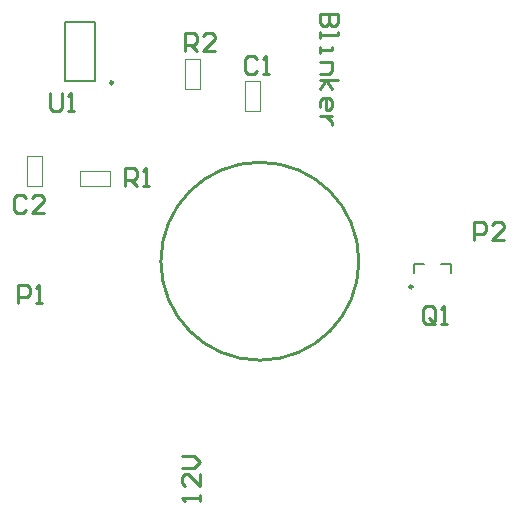
<source format=gbr>
G04 Layer_Color=65535*
%FSLAX26Y26*%
%MOIN*%
%TF.FileFunction,Legend,Top*%
%TF.Part,Single*%
G01*
G75*
%TA.AperFunction,NonConductor*%
%ADD27C,0.010000*%
%ADD28C,0.009842*%
%ADD29C,0.004000*%
%ADD30C,0.007874*%
%ADD31C,0.005000*%
D27*
X1205000Y875000D02*
G03*
X1205000Y875000I-330000J0D01*
G01*
X385000Y1470000D02*
G03*
X385000Y1470000I-5000J0D01*
G01*
X864987Y1549984D02*
X854990Y1559981D01*
X834997D01*
X825000Y1549984D01*
Y1509997D01*
X834997Y1500000D01*
X854990D01*
X864987Y1509997D01*
X884981Y1500000D02*
X904974D01*
X894977D01*
Y1559981D01*
X884981Y1549984D01*
X94987Y1084984D02*
X84990Y1094981D01*
X64997D01*
X55000Y1084984D01*
Y1044997D01*
X64997Y1035000D01*
X84990D01*
X94987Y1044997D01*
X154968Y1035000D02*
X114981D01*
X154968Y1074987D01*
Y1084984D01*
X144971Y1094981D01*
X124977D01*
X114981Y1084984D01*
X70000Y735000D02*
Y794981D01*
X99990D01*
X109987Y784984D01*
Y764990D01*
X99990Y754994D01*
X70000D01*
X129981Y735000D02*
X149974D01*
X139977D01*
Y794981D01*
X129981Y784984D01*
X1590000Y945000D02*
Y1004981D01*
X1619990D01*
X1629987Y994984D01*
Y974990D01*
X1619990Y964994D01*
X1590000D01*
X1689968Y945000D02*
X1649981D01*
X1689968Y984987D01*
Y994984D01*
X1679971Y1004981D01*
X1659977D01*
X1649981Y994984D01*
X1459987Y674997D02*
Y714984D01*
X1449990Y724981D01*
X1429997D01*
X1420000Y714984D01*
Y674997D01*
X1429997Y665000D01*
X1449990D01*
X1439994Y684994D02*
X1459987Y665000D01*
X1449990D02*
X1459987Y674997D01*
X1479981Y665000D02*
X1499974D01*
X1489977D01*
Y724981D01*
X1479981Y714984D01*
X425000Y1125000D02*
Y1184981D01*
X454990D01*
X464987Y1174984D01*
Y1154990D01*
X454990Y1144994D01*
X425000D01*
X444993D02*
X464987Y1125000D01*
X484981D02*
X504974D01*
X494977D01*
Y1184981D01*
X484981Y1174984D01*
X625000Y1575000D02*
Y1634981D01*
X654990D01*
X664987Y1624984D01*
Y1604990D01*
X654990Y1594994D01*
X625000D01*
X644994D02*
X664987Y1575000D01*
X724968D02*
X684981D01*
X724968Y1614987D01*
Y1624984D01*
X714971Y1634981D01*
X694977D01*
X684981Y1624984D01*
X175000Y1434981D02*
Y1384997D01*
X184997Y1375000D01*
X204990D01*
X214987Y1384997D01*
Y1434981D01*
X234981Y1375000D02*
X254974D01*
X244977D01*
Y1434981D01*
X234981Y1424984D01*
X675000Y75000D02*
Y94993D01*
Y84997D01*
X615019D01*
X625016Y75000D01*
X675000Y164971D02*
Y124984D01*
X635013Y164971D01*
X625016D01*
X615019Y154974D01*
Y134981D01*
X625016Y124984D01*
X615019Y184964D02*
X655006D01*
X675000Y204958D01*
X655006Y224952D01*
X615019D01*
X1134981Y1700000D02*
X1075000D01*
Y1670010D01*
X1084997Y1660013D01*
X1094994D01*
X1104990Y1670010D01*
Y1700000D01*
Y1670010D01*
X1114987Y1660013D01*
X1124984D01*
X1134981Y1670010D01*
Y1700000D01*
X1075000Y1640019D02*
Y1620026D01*
Y1630023D01*
X1134981D01*
Y1640019D01*
X1075000Y1590036D02*
Y1570042D01*
Y1580039D01*
X1114987D01*
Y1590036D01*
X1075000Y1540052D02*
X1114987D01*
Y1510062D01*
X1104990Y1500065D01*
X1075000D01*
Y1480071D02*
X1134981D01*
X1094994D02*
X1114987Y1450081D01*
X1094994Y1480071D02*
X1075000Y1450081D01*
Y1390100D02*
Y1410094D01*
X1084997Y1420091D01*
X1104990D01*
X1114987Y1410094D01*
Y1390100D01*
X1104990Y1380103D01*
X1094994D01*
Y1420091D01*
X1114987Y1360110D02*
X1075000D01*
X1094994D01*
X1104990Y1350113D01*
X1114987Y1340117D01*
Y1330120D01*
D28*
X1384055Y789567D02*
G03*
X1384055Y789567I-4921J0D01*
G01*
D29*
X100000Y1225000D02*
X150000D01*
X100000Y1125000D02*
X150000D01*
X100000D02*
Y1225000D01*
X150000Y1125000D02*
Y1225000D01*
X825000Y1475000D02*
X875000D01*
X825000Y1375000D02*
X875000D01*
X825000D02*
Y1475000D01*
X875000Y1375000D02*
Y1475000D01*
X625000Y1450000D02*
X675000D01*
X625000Y1550000D02*
X675000D01*
Y1450000D02*
Y1550000D01*
X625000Y1450000D02*
Y1550000D01*
X375000Y1125000D02*
Y1175000D01*
X275000Y1125000D02*
Y1175000D01*
X375000D01*
X275000Y1125000D02*
X375000D01*
D30*
X1388976Y834842D02*
Y864370D01*
X1422441D01*
X1477559D02*
X1511024D01*
Y834842D02*
Y864370D01*
D31*
X225000Y1476575D02*
Y1673425D01*
X325000Y1476575D02*
Y1673425D01*
X225000Y1476575D02*
X325000D01*
X225000Y1673425D02*
X325000D01*
%TF.MD5,0dd359c14b435920e4f0a1943081e716*%
M02*

</source>
